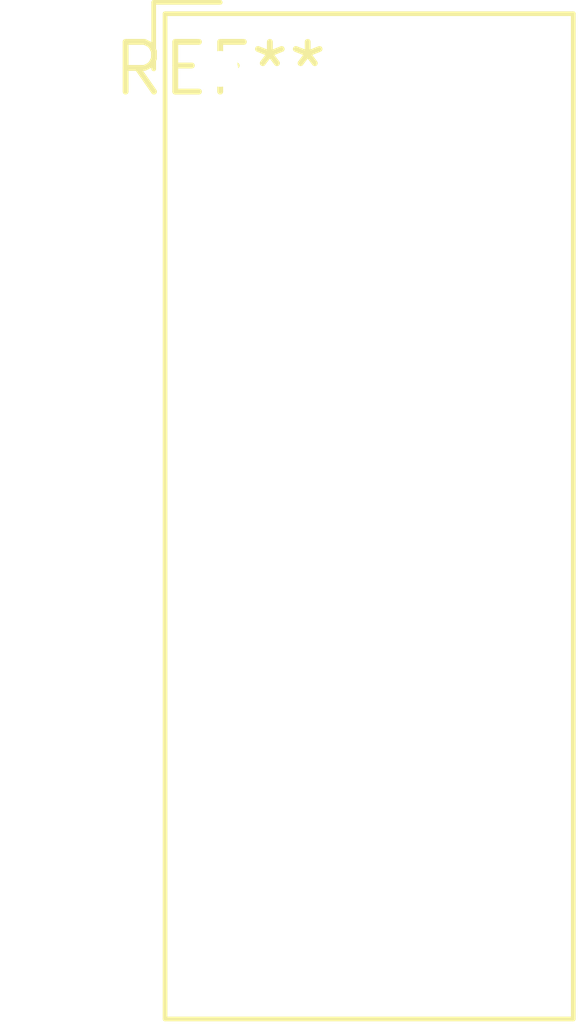
<source format=kicad_pcb>
(kicad_pcb (version 20240108) (generator pcbnew)
  (layers (0 "F.Cu" signal) (31 "B.Cu" signal) (34 "B.Paste" user) (35 "F.Paste" user) (36 "B.SilkS" user "B.Silkscreen") (37 "F.SilkS" user "F.Silkscreen") (38 "B.Mask" user) (39 "F.Mask" user) (44 "Edge.Cuts" user))
  (net 0 "")
  (footprint "HLCP-J100" (layer "F.Cu") (at 0 0)
    (property "Reference" "REF**")
    (property "Value" "HLCP-J100")
    (fp_line (start -1.7 -1.7) (end -1.7 0) (layer "F.SilkS") (stroke (width 0.12)))
    (fp_line (start -1.41 -1.41) (end 9.03 -1.41) (layer "F.SilkS") (stroke (width 0.12)))
    (fp_line (start -1.41 24.27) (end -1.41 -1.41) (layer "F.SilkS") (stroke (width 0.12)))
    (fp_line (start 0 -1.7) (end -1.7 -1.7) (layer "F.SilkS") (stroke (width 0.12)))
    (fp_line (start 9.03 -1.41) (end 9.03 24.27) (layer "F.SilkS") (stroke (width 0.12)))
    (fp_line (start 9.03 24.27) (end -1.41 24.27) (layer "F.SilkS") (stroke (width 0.12)))
    (pad "1" thru_hole rect (at 0 0 270) (size 2.032 2.032) (drill 0.9144) (layers *.Cu *.Mask) (remove_unused_layers))
    (pad "2" thru_hole circle (at 0 2.54 270) (size 2.032 2.032) (drill 0.9144) (layers *.Cu *.Mask) (remove_unused_layers))
    (pad "3" thru_hole circle (at 0 5.08 270) (size 2.032 2.032) (drill 0.9144) (layers *.Cu *.Mask) (remove_unused_layers))
    (pad "4" thru_hole circle (at 0 7.62 270) (size 2.032 2.032) (drill 0.9144) (layers *.Cu *.Mask) (remove_unused_layers))
    (pad "5" thru_hole circle (at 0 10.16 270) (size 2.032 2.032) (drill 0.9144) (layers *.Cu *.Mask) (remove_unused_layers))
    (pad "6" thru_hole circle (at 0 12.7 270) (size 2.032 2.032) (drill 0.9144) (layers *.Cu *.Mask) (remove_unused_layers))
    (pad "7" thru_hole circle (at 0 15.24 270) (size 2.032 2.032) (drill 0.9144) (layers *.Cu *.Mask) (remove_unused_layers))
    (pad "8" thru_hole circle (at 0 17.78 270) (size 2.032 2.032) (drill 0.9144) (layers *.Cu *.Mask) (remove_unused_layers))
    (pad "9" thru_hole circle (at 0 20.32 270) (size 2.032 2.032) (drill 0.9144) (layers *.Cu *.Mask) (remove_unused_layers))
    (pad "10" thru_hole circle (at 0 22.86 270) (size 2.032 2.032) (drill 0.9144) (layers *.Cu *.Mask) (remove_unused_layers))
    (pad "11" thru_hole circle (at 7.62 22.86 270) (size 2.032 2.032) (drill 0.9144) (layers *.Cu *.Mask) (remove_unused_layers))
    (pad "12" thru_hole circle (at 7.62 20.32 270) (size 2.032 2.032) (drill 0.9144) (layers *.Cu *.Mask) (remove_unused_layers))
    (pad "13" thru_hole circle (at 7.62 17.78 270) (size 2.032 2.032) (drill 0.9144) (layers *.Cu *.Mask) (remove_unused_layers))
    (pad "14" thru_hole circle (at 7.62 15.24 270) (size 2.032 2.032) (drill 0.9144) (layers *.Cu *.Mask) (remove_unused_layers))
    (pad "15" thru_hole circle (at 7.62 12.7 270) (size 2.032 2.032) (drill 0.9144) (layers *.Cu *.Mask) (remove_unused_layers))
    (pad "16" thru_hole circle (at 7.62 10.16 270) (size 2.032 2.032) (drill 0.9144) (layers *.Cu *.Mask) (remove_unused_layers))
    (pad "17" thru_hole circle (at 7.62 7.62 270) (size 2.032 2.032) (drill 0.9144) (layers *.Cu *.Mask) (remove_unused_layers))
    (pad "18" thru_hole circle (at 7.62 5.08 270) (size 2.032 2.032) (drill 0.9144) (layers *.Cu *.Mask) (remove_unused_layers))
    (pad "19" thru_hole circle (at 7.62 2.54 270) (size 2.032 2.032) (drill 0.9144) (layers *.Cu *.Mask) (remove_unused_layers))
    (pad "20" thru_hole circle (at 7.62 0 270) (size 2.032 2.032) (drill 0.9144) (layers *.Cu *.Mask) (remove_unused_layers))
  )
)
</source>
